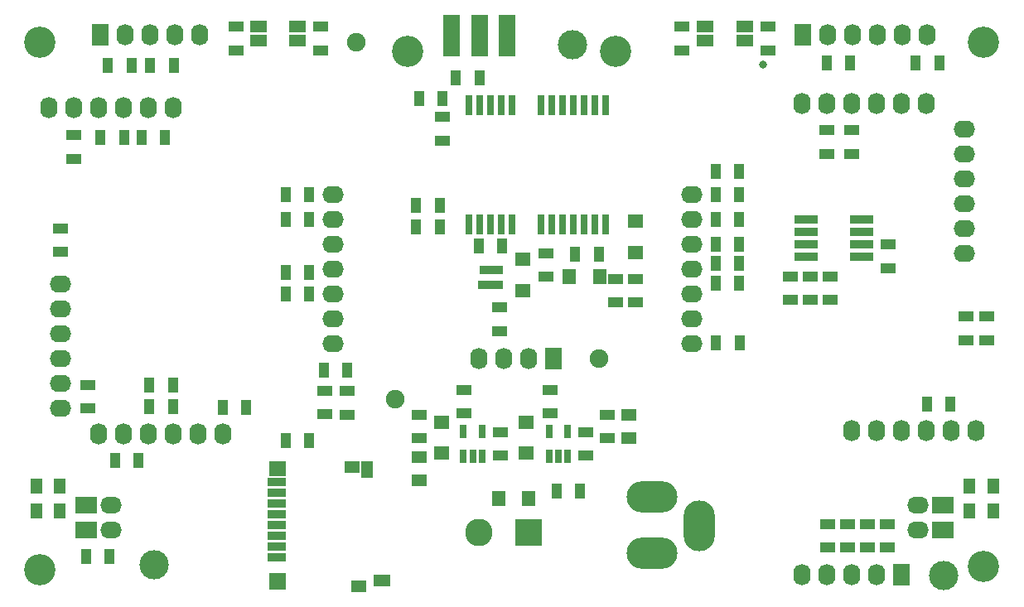
<source format=gts>
G04*
G04 #@! TF.GenerationSoftware,Altium Limited,Altium Designer,23.4.1 (23)*
G04*
G04 Layer_Color=8388736*
%FSLAX44Y44*%
%MOMM*%
G71*
G04*
G04 #@! TF.SameCoordinates,827902E4-1926-4F04-AA28-A78990439785*
G04*
G04*
G04 #@! TF.FilePolarity,Negative*
G04*
G01*
G75*
%ADD41R,0.8000X2.0000*%
%ADD42R,0.8000X2.0000*%
%ADD43R,1.1400X1.4900*%
%ADD44R,1.7400X1.1900*%
%ADD45R,1.6032X1.3032*%
%ADD46R,1.7032X1.6032*%
%ADD47R,1.9532X0.9032*%
%ADD48R,1.7032X1.7032*%
%ADD49R,1.2032X1.8032*%
%ADD50R,1.7532X1.2032*%
%ADD51C,3.0000*%
%ADD52R,1.4900X1.1400*%
%ADD53R,1.5400X1.3400*%
%ADD54R,1.4900X1.2400*%
%ADD55R,0.8032X1.3532*%
%ADD56R,1.7032X4.2032*%
%ADD57R,1.3532X1.5032*%
%ADD58R,2.3400X0.9400*%
%ADD59R,2.4032X0.8532*%
%ADD60R,2.5032X0.8532*%
%ADD61R,1.2400X1.4900*%
%ADD62O,1.7432X2.2032*%
%ADD63R,1.7432X2.2032*%
%ADD64O,5.2032X3.2032*%
%ADD65O,3.2032X5.2032*%
%ADD66R,2.2032X1.7272*%
%ADD67O,2.2032X1.7272*%
%ADD68O,2.2032X1.7432*%
%ADD69O,1.7432X2.2032*%
%ADD70C,1.9032*%
%ADD71C,3.2032*%
%ADD72C,2.8032*%
%ADD73R,2.8032X2.8032*%
%ADD74C,0.8128*%
D41*
X-113484Y400619D02*
D03*
X-69484D02*
D03*
X-58484D02*
D03*
X-47484D02*
D03*
X-113484Y278619D02*
D03*
X-69484D02*
D03*
X-58484D02*
D03*
X-47484D02*
D03*
X-165484D02*
D03*
X-176484D02*
D03*
X-187484D02*
D03*
X-165484Y400619D02*
D03*
X-176484D02*
D03*
X-187484D02*
D03*
D42*
X-102484D02*
D03*
X-91484D02*
D03*
X-80484D02*
D03*
X-102484Y278619D02*
D03*
X-91484D02*
D03*
X-80484D02*
D03*
X-143484D02*
D03*
X-154484D02*
D03*
X-143484Y400619D02*
D03*
X-154484D02*
D03*
D43*
X-153100Y256540D02*
D03*
X-177100D02*
D03*
X-578420Y-60960D02*
D03*
X-554420D02*
D03*
X-524590Y37557D02*
D03*
X-548590D02*
D03*
X178500Y443230D02*
D03*
X269370D02*
D03*
X-374346Y207737D02*
D03*
Y309337D02*
D03*
Y57877D02*
D03*
X-563686Y367757D02*
D03*
X-556066Y441417D02*
D03*
X-512886D02*
D03*
X202500Y443230D02*
D03*
X88814Y238477D02*
D03*
X64814D02*
D03*
X89074Y258537D02*
D03*
X65074D02*
D03*
X-335236Y129257D02*
D03*
X-311236D02*
D03*
X-350346Y57877D02*
D03*
X-374456Y283937D02*
D03*
X-350456D02*
D03*
X-374456Y229327D02*
D03*
X-350456D02*
D03*
X-216996Y297907D02*
D03*
X-240996D02*
D03*
Y276317D02*
D03*
X-216996D02*
D03*
X-350346Y309337D02*
D03*
X-414674Y91009D02*
D03*
X-438674D02*
D03*
X-97740Y5807D02*
D03*
X-73740D02*
D03*
X-200484Y428717D02*
D03*
X-176484D02*
D03*
X-213948Y407127D02*
D03*
X-237948D02*
D03*
X-78436Y248377D02*
D03*
X-54436D02*
D03*
X-350346Y207737D02*
D03*
X64814Y218157D02*
D03*
X88814D02*
D03*
X89074Y283937D02*
D03*
X65074D02*
D03*
X89384Y157197D02*
D03*
X65384D02*
D03*
X89074Y309337D02*
D03*
X65074D02*
D03*
X88814Y332457D02*
D03*
X64814D02*
D03*
X-513604Y113869D02*
D03*
X-489604D02*
D03*
X-513604Y92279D02*
D03*
X-489604D02*
D03*
X293370Y443230D02*
D03*
X-532066Y441417D02*
D03*
X-497776Y367757D02*
D03*
X-521776D02*
D03*
X-488886Y441417D02*
D03*
X-539686Y367757D02*
D03*
X304864Y94707D02*
D03*
X280864D02*
D03*
D44*
X-362270Y466460D02*
D03*
X-402270D02*
D03*
X-362270Y480960D02*
D03*
X-402270D02*
D03*
X54534D02*
D03*
X94534D02*
D03*
X54534Y466460D02*
D03*
X94534D02*
D03*
D45*
X-300186Y-91413D02*
D03*
X-306686Y30587D02*
D03*
D46*
X-382686Y29087D02*
D03*
D47*
X-383936Y-61913D02*
D03*
Y-50913D02*
D03*
Y-39913D02*
D03*
Y-28913D02*
D03*
Y-17913D02*
D03*
Y-6913D02*
D03*
Y4087D02*
D03*
Y15087D02*
D03*
D48*
X-382686Y-86413D02*
D03*
D49*
X-291686Y28087D02*
D03*
D50*
X-275936Y-85413D02*
D03*
D51*
X-509270Y-69850D02*
D03*
X-81280Y462280D02*
D03*
X297800Y-80139D02*
D03*
D52*
X240650Y-51913D02*
D03*
X200010D02*
D03*
X179690D02*
D03*
X-334666Y84237D02*
D03*
X-156210Y169610D02*
D03*
X141584Y225077D02*
D03*
Y201077D02*
D03*
X-311656Y107977D02*
D03*
Y83977D02*
D03*
X-104536Y109247D02*
D03*
Y85247D02*
D03*
X220330Y-27913D02*
D03*
Y-51913D02*
D03*
X-604916Y274347D02*
D03*
Y250347D02*
D03*
X-156210Y193610D02*
D03*
X-237886Y59847D02*
D03*
Y83847D02*
D03*
X-334666Y108237D02*
D03*
X-155336Y66067D02*
D03*
Y42067D02*
D03*
X-192166Y85247D02*
D03*
Y109247D02*
D03*
X-46116Y83847D02*
D03*
Y59847D02*
D03*
X30480Y456630D02*
D03*
Y480630D02*
D03*
X-213976Y364141D02*
D03*
Y388141D02*
D03*
X-17166Y198537D02*
D03*
Y222537D02*
D03*
X-37486D02*
D03*
Y198537D02*
D03*
X240904Y233837D02*
D03*
Y257837D02*
D03*
X182224Y201077D02*
D03*
Y225077D02*
D03*
X161904D02*
D03*
Y201077D02*
D03*
X118110Y456630D02*
D03*
Y480630D02*
D03*
X-108346Y224947D02*
D03*
Y248947D02*
D03*
X-67706Y66067D02*
D03*
Y42067D02*
D03*
X-591056Y345597D02*
D03*
Y369597D02*
D03*
X-576580Y90170D02*
D03*
Y114170D02*
D03*
X179690Y-27913D02*
D03*
X200010D02*
D03*
X240650D02*
D03*
X-425450Y480630D02*
D03*
Y456630D02*
D03*
X-339090Y480630D02*
D03*
Y456630D02*
D03*
X178674Y374677D02*
D03*
Y350677D02*
D03*
X204074D02*
D03*
Y374677D02*
D03*
X342394Y184177D02*
D03*
Y160177D02*
D03*
X320804D02*
D03*
Y184177D02*
D03*
D53*
X-17166Y249907D02*
D03*
Y281907D02*
D03*
X-128776Y44417D02*
D03*
Y76417D02*
D03*
X-215026Y44417D02*
D03*
Y76417D02*
D03*
X-132476Y242787D02*
D03*
Y210787D02*
D03*
D54*
X-237886Y40667D02*
D03*
Y16667D02*
D03*
X-24130Y83690D02*
D03*
Y59690D02*
D03*
D55*
X-192776Y41567D02*
D03*
X-183276D02*
D03*
X-173776D02*
D03*
Y66567D02*
D03*
X-192776D02*
D03*
X-105146D02*
D03*
X-86146D02*
D03*
Y41567D02*
D03*
X-95646D02*
D03*
X-105146D02*
D03*
D56*
X-204734Y471897D02*
D03*
X-148284D02*
D03*
X-176484D02*
D03*
D57*
X-84476Y225517D02*
D03*
X-53476D02*
D03*
X-156866Y-1813D02*
D03*
X-125866D02*
D03*
D58*
X157084Y245837D02*
D03*
Y258537D02*
D03*
Y271237D02*
D03*
Y283937D02*
D03*
X214484D02*
D03*
Y271237D02*
D03*
Y258537D02*
D03*
Y245837D02*
D03*
D59*
X-164526Y231747D02*
D03*
D60*
X-165026Y216747D02*
D03*
D61*
X348550Y-14513D02*
D03*
X324550D02*
D03*
X-605356D02*
D03*
X-629356D02*
D03*
X348550Y10887D02*
D03*
X324550D02*
D03*
X-605356Y11147D02*
D03*
X-629356D02*
D03*
D62*
X280670Y472009D02*
D03*
X255270D02*
D03*
X179070D02*
D03*
X204470D02*
D03*
X229870D02*
D03*
X330820Y68037D02*
D03*
X305420D02*
D03*
X280020D02*
D03*
X254620D02*
D03*
X229220D02*
D03*
X203820D02*
D03*
X-616346Y398237D02*
D03*
X-590946D02*
D03*
X-565546D02*
D03*
X-540146D02*
D03*
X-514746D02*
D03*
X-489346D02*
D03*
X229474Y-79283D02*
D03*
X204074D02*
D03*
X-538434Y472009D02*
D03*
X-513034D02*
D03*
X-151354Y140937D02*
D03*
X-487634Y472009D02*
D03*
X-462234D02*
D03*
X153274Y-79283D02*
D03*
X178674D02*
D03*
X-125954Y140937D02*
D03*
X-176754D02*
D03*
D63*
X153670Y472009D02*
D03*
X254874Y-79283D02*
D03*
X-563834Y472009D02*
D03*
X-100554Y140937D02*
D03*
D64*
X0Y0D02*
D03*
Y-58000D02*
D03*
D65*
X48000Y-30000D02*
D03*
D66*
X297180Y-8890D02*
D03*
Y-34290D02*
D03*
X-577937Y-8890D02*
D03*
Y-34290D02*
D03*
D67*
X271780Y-8890D02*
D03*
Y-34290D02*
D03*
X-552537Y-8890D02*
D03*
Y-34290D02*
D03*
D68*
X40244Y283937D02*
D03*
Y156937D02*
D03*
Y182337D02*
D03*
Y207737D02*
D03*
Y233137D02*
D03*
Y258537D02*
D03*
X319136Y248631D02*
D03*
Y274031D02*
D03*
Y299431D02*
D03*
Y324831D02*
D03*
Y350231D02*
D03*
Y375631D02*
D03*
X40244Y309337D02*
D03*
X-325770Y182337D02*
D03*
Y309337D02*
D03*
Y283937D02*
D03*
Y258537D02*
D03*
Y233137D02*
D03*
Y207737D02*
D03*
X-604662Y217643D02*
D03*
Y192243D02*
D03*
Y166843D02*
D03*
Y141443D02*
D03*
Y116043D02*
D03*
Y90643D02*
D03*
X-325770Y156937D02*
D03*
D69*
X153020Y402047D02*
D03*
X178420D02*
D03*
X203820D02*
D03*
X229220D02*
D03*
X254620D02*
D03*
X280020D02*
D03*
X-438546Y64227D02*
D03*
X-463946D02*
D03*
X-489346D02*
D03*
X-514746D02*
D03*
X-540146D02*
D03*
X-565546D02*
D03*
D70*
X-302214Y464389D02*
D03*
X-262276Y100047D02*
D03*
X-54610Y140970D02*
D03*
D71*
X338914Y465017D02*
D03*
X-625456Y465017D02*
D03*
X338914Y-71220D02*
D03*
X-625456Y-74423D02*
D03*
X-250209Y455720D02*
D03*
X-37609D02*
D03*
D72*
X-176926Y-36103D02*
D03*
D73*
X-126126D02*
D03*
D74*
X113030Y441960D02*
D03*
M02*

</source>
